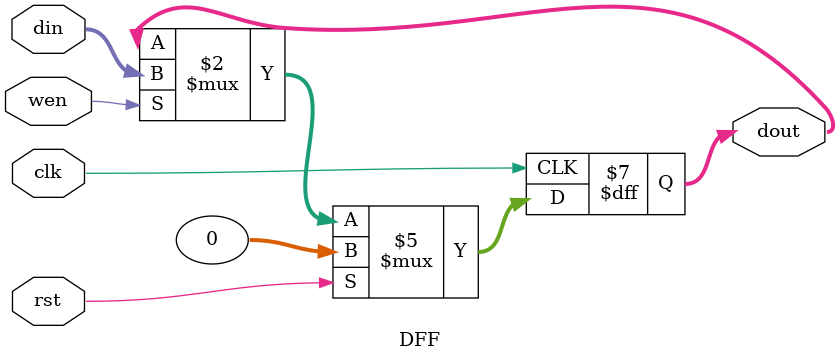
<source format=v>
`include "defines.v"

module DFF #(
    parameter WIDTH = 32
) (
    input clk,
    input rst,
    input wen,
    input [WIDTH-1:0] din,
    output reg [WIDTH-1:0] dout
);
    always @(posedge clk) begin
        if(rst) dout<={WIDTH{1'b0}};
        else if(wen) dout<=din;
    end

endmodule

</source>
